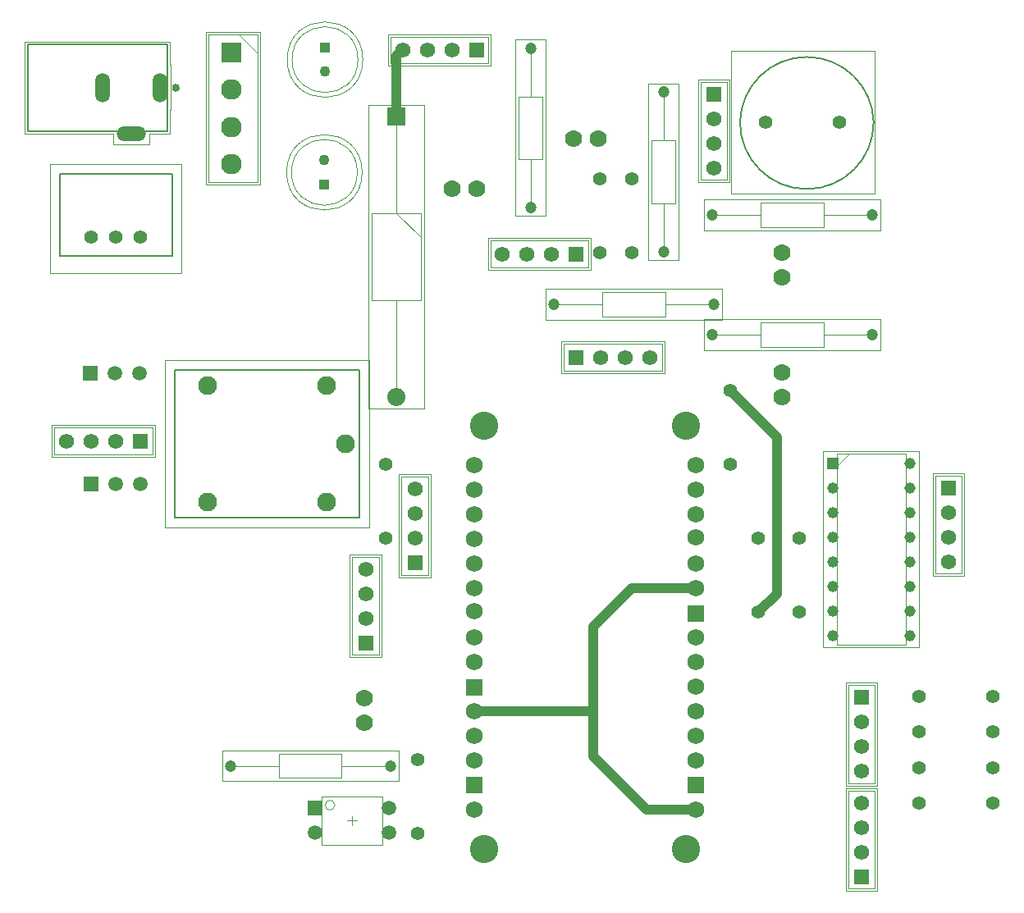
<source format=gtl>
G04*
G04 #@! TF.GenerationSoftware,Altium Limited,Altium Designer,18.0.9 (584)*
G04*
G04 Layer_Physical_Order=1*
G04 Layer_Color=255*
%FSLAX44Y44*%
%MOMM*%
G71*
G01*
G75*
%ADD10C,0.2000*%
%ADD11C,0.1000*%
%ADD14C,0.1270*%
%ADD15C,0.4000*%
%ADD18C,0.0001*%
%ADD19C,0.0500*%
%ADD42C,1.0000*%
%ADD43C,1.5000*%
%ADD44R,1.5000X1.5000*%
%ADD45R,1.5750X1.5750*%
%ADD46C,1.5750*%
%ADD47R,1.5750X1.5750*%
%ADD48R,1.1600X1.1600*%
%ADD49C,1.1600*%
%ADD50R,2.1300X2.1300*%
%ADD51C,2.1300*%
%ADD52C,1.8750*%
%ADD53R,1.8750X1.8750*%
%ADD54R,1.1000X1.1000*%
%ADD55C,1.1000*%
%ADD56C,1.2000*%
%ADD57C,1.4170*%
%ADD58C,1.4000*%
%ADD59C,1.9500*%
%ADD60C,1.7780*%
%ADD61O,3.0160X1.5080*%
%ADD62O,1.5080X3.0160*%
%ADD63C,2.9210*%
%ADD64C,1.7526*%
%ADD65R,1.7526X1.7526*%
D10*
X994720Y1150620D02*
G03*
X1132620Y1150620I68950J0D01*
G01*
D02*
G03*
X994720Y1150620I-68950J-1530D01*
G01*
X292520Y1012510D02*
Y1097510D01*
X408520D01*
Y1012510D02*
Y1097510D01*
X292520Y1012510D02*
X408520D01*
X601730Y742760D02*
Y894760D01*
X411730D02*
X601730D01*
X411730Y742760D02*
Y894760D01*
Y742760D02*
X601730D01*
D11*
X600500Y1215245D02*
G03*
X600500Y1215245I-34000J0D01*
G01*
X599875Y1098945D02*
G03*
X599875Y1098945I-34000J0D01*
G01*
X576630Y445760D02*
G03*
X576630Y445760I-5000J0D01*
G01*
X388370Y807990D02*
Y835390D01*
X287270Y807990D02*
X388370D01*
X287270D02*
Y835390D01*
X388370D01*
X1106540Y569710D02*
X1133940D01*
Y468610D02*
Y569710D01*
X1106540Y468610D02*
X1133940D01*
X1106540D02*
Y569710D01*
X813050Y894350D02*
Y921750D01*
X914150D01*
Y894350D02*
Y921750D01*
X813050Y894350D02*
X914150D01*
X594630Y600892D02*
X622030D01*
X594630D02*
Y701992D01*
X622030D01*
Y600892D02*
Y701992D01*
X735160Y1211670D02*
Y1239070D01*
X634060Y1211670D02*
X735160D01*
X634060D02*
Y1239070D01*
X735160D01*
X954040Y1192309D02*
X981440D01*
Y1091209D02*
Y1192309D01*
X954040Y1091209D02*
X981440D01*
X954040D02*
Y1192309D01*
X838255Y1001030D02*
Y1028430D01*
X737155Y1001030D02*
X838255D01*
X737155D02*
Y1028430D01*
X838255D01*
X1196184Y785680D02*
X1223584D01*
Y684580D02*
Y785680D01*
X1196184Y684580D02*
X1223584D01*
X1196184D02*
Y785680D01*
X1106440Y359660D02*
X1133840D01*
X1106440D02*
Y460760D01*
X1133840D01*
Y359660D02*
Y460760D01*
X645430Y683510D02*
X672830D01*
X645430D02*
Y784610D01*
X672830D01*
Y683510D02*
Y784610D01*
X1094420Y808380D02*
X1165520D01*
Y611480D02*
Y808380D01*
X1094420Y611480D02*
X1165520D01*
X1094420D02*
Y808380D01*
Y795680D02*
X1107120Y808380D01*
X496680Y1088645D02*
Y1241045D01*
X445880Y1088645D02*
X496680D01*
X445880D02*
Y1241045D01*
X496680D01*
X477430D02*
X496680Y1221795D01*
X640080Y866970D02*
Y966970D01*
Y1056970D02*
Y1156970D01*
Y1056970D02*
X665100Y1031950D01*
X615050Y1056970D02*
X665100D01*
X615050Y966970D02*
Y1056970D01*
Y966970D02*
X665100D01*
Y1056970D01*
X791090Y1112245D02*
Y1177245D01*
X766090Y1112245D02*
X791090D01*
X766090D02*
Y1177245D01*
X791090D01*
X778590D02*
Y1227245D01*
Y1062245D02*
Y1112245D01*
X903250Y1066734D02*
Y1131734D01*
X928250D01*
Y1066734D02*
Y1131734D01*
X903250Y1066734D02*
X928250D01*
X915750Y1016734D02*
Y1066734D01*
Y1131734D02*
Y1181734D01*
X518730Y473910D02*
X583730D01*
X518730D02*
Y498910D01*
X583730D01*
Y473910D02*
Y498910D01*
Y486410D02*
X633730D01*
X468730D02*
X518730D01*
X1016199Y943796D02*
X1081199D01*
Y918796D02*
Y943796D01*
X1016199Y918796D02*
X1081199D01*
X1016199D02*
Y943796D01*
X966199Y931296D02*
X1016199D01*
X1081199D02*
X1131199D01*
X1016199Y1067689D02*
X1081199D01*
Y1042689D02*
Y1067689D01*
X1016199Y1042689D02*
X1081199D01*
X1016199D02*
Y1067689D01*
X966199Y1055189D02*
X1016199D01*
X1081199D02*
X1131199D01*
X852640Y975160D02*
X917640D01*
Y950160D02*
Y975160D01*
X852640Y950160D02*
X917640D01*
X852640D02*
Y975160D01*
X802640Y962660D02*
X852640D01*
X917640D02*
X967640D01*
X562630Y404760D02*
X625630D01*
X562630Y454760D02*
X625630D01*
Y404760D02*
Y454760D01*
X562630Y404760D02*
Y454760D01*
X985380Y1076670D02*
X1133280D01*
Y1224570D01*
X985380D02*
X1133280D01*
X985380Y1076670D02*
Y1224570D01*
X282520Y994510D02*
Y1107510D01*
X418520D01*
Y994510D02*
Y1107510D01*
X282520Y994510D02*
X418520D01*
X611730Y732760D02*
Y904760D01*
X401730D02*
X611730D01*
X401730Y732760D02*
Y904760D01*
Y732760D02*
X611730D01*
X594130Y424760D02*
Y434760D01*
X589130Y429760D02*
X599130D01*
D14*
X259550Y1141180D02*
Y1231180D01*
X403550Y1141180D02*
Y1231180D01*
X259550D02*
X403550D01*
X259550Y1141180D02*
X403550D01*
X259550D02*
Y1231180D01*
X403550Y1141180D02*
Y1231180D01*
X259550D02*
X403550D01*
X259550Y1141180D02*
X403550D01*
X259550D02*
Y1231180D01*
X403550D01*
X385050Y1141180D02*
X403550D01*
Y1201680D02*
Y1231180D01*
X259550Y1141180D02*
X349050D01*
X403550D02*
Y1171680D01*
D15*
X414550Y1186180D02*
G03*
X414550Y1186180I-2000J0D01*
G01*
D18*
X358550Y1144180D02*
X374550D01*
X358550Y1134180D02*
Y1144180D01*
Y1134180D02*
X374550D01*
Y1144180D01*
X331550Y1178180D02*
Y1194180D01*
Y1178180D02*
X341550D01*
Y1194180D01*
X331550D02*
X341550D01*
X391550Y1178180D02*
Y1194180D01*
Y1178180D02*
X401550D01*
Y1194180D01*
X391550D02*
X401550D01*
D19*
X605500Y1215245D02*
G03*
X605500Y1215245I-39000J0D01*
G01*
X604875Y1098945D02*
G03*
X604875Y1098945I-39000J0D01*
G01*
X390870Y805490D02*
Y837890D01*
X284770Y805490D02*
X390870D01*
X284770D02*
Y837890D01*
X390870D01*
X1104040Y572210D02*
X1136440D01*
Y466110D02*
Y572210D01*
X1104040Y466110D02*
X1136440D01*
X1104040D02*
Y572210D01*
X810550Y891850D02*
Y924250D01*
X916650D01*
Y891850D02*
Y924250D01*
X810550Y891850D02*
X916650D01*
X592130Y598392D02*
X624530D01*
X592130D02*
Y704492D01*
X624530D01*
Y598392D02*
Y704492D01*
X737660Y1209170D02*
Y1241570D01*
X631560Y1209170D02*
X737660D01*
X631560D02*
Y1241570D01*
X737660D01*
X951540Y1194809D02*
X983940D01*
Y1088709D02*
Y1194809D01*
X951540Y1088709D02*
X983940D01*
X951540D02*
Y1194809D01*
X840755Y998530D02*
Y1030930D01*
X734655Y998530D02*
X840755D01*
X734655D02*
Y1030930D01*
X840755D01*
X1193684Y788180D02*
X1226084D01*
Y682080D02*
Y788180D01*
X1193684Y682080D02*
X1226084D01*
X1193684D02*
Y788180D01*
X1103940Y357160D02*
X1136340D01*
X1103940D02*
Y463260D01*
X1136340D01*
Y357160D02*
Y463260D01*
X642930Y681010D02*
X675330D01*
X642930D02*
Y787110D01*
X675330D01*
Y681010D02*
Y787110D01*
X1080370Y810880D02*
X1179570D01*
Y608980D02*
Y810880D01*
X1080370Y608980D02*
X1179570D01*
X1080370D02*
Y810880D01*
X499180Y1086145D02*
Y1243545D01*
X443380Y1086145D02*
X499180D01*
X443380D02*
Y1243545D01*
X499180D01*
X611550Y1168850D02*
X668600D01*
X611550Y855100D02*
Y1168850D01*
Y855100D02*
X668600D01*
Y1168850D01*
X794590Y1053745D02*
Y1235745D01*
X762590Y1053745D02*
X794590D01*
X762590D02*
Y1235745D01*
X794590D01*
X899750Y1008234D02*
Y1190234D01*
X931750D01*
Y1008234D02*
Y1190234D01*
X899750Y1008234D02*
X931750D01*
X460230Y470410D02*
X642230D01*
X460230D02*
Y502410D01*
X642230D01*
Y470410D02*
Y502410D01*
X957699Y947296D02*
X1139699D01*
Y915296D02*
Y947296D01*
X957699Y915296D02*
X1139699D01*
X957699D02*
Y947296D01*
Y1071189D02*
X1139699D01*
Y1039189D02*
Y1071189D01*
X957699Y1039189D02*
X1139699D01*
X957699D02*
Y1071189D01*
X794140Y978660D02*
X976140D01*
Y946660D02*
Y978660D01*
X794140Y946660D02*
X976140D01*
X794140D02*
Y978660D01*
X406050Y1209680D02*
X407050D01*
Y1163680D02*
Y1209680D01*
X406050Y1163680D02*
X407050D01*
X406050Y1138680D02*
Y1163680D01*
Y1209680D02*
Y1233680D01*
X256550D02*
X406050D01*
X256550Y1138680D02*
Y1233680D01*
Y1138680D02*
X348050D01*
Y1128180D02*
Y1138680D01*
Y1128180D02*
X385050D01*
Y1138680D01*
X406050D01*
D42*
X1013460Y645160D02*
X1032510Y664210D01*
Y825500D01*
X984250Y873760D02*
X1032510Y825500D01*
X640080Y1218940D02*
X646510Y1225370D01*
X640080Y1156970D02*
Y1218940D01*
X843280Y543560D02*
Y629920D01*
Y496570D02*
Y543560D01*
X842830Y543110D02*
X843280Y543560D01*
Y496570D02*
X898340Y441510D01*
X843280Y629920D02*
X883470Y670110D01*
X948770D01*
X898340Y441510D02*
X948770D01*
X720170Y543110D02*
X842830D01*
D43*
X375420Y891560D02*
D03*
X350020D02*
D03*
X350895Y777240D02*
D03*
X376295D02*
D03*
X632230Y417060D02*
D03*
Y442460D02*
D03*
X556030Y417060D02*
D03*
D44*
X324620Y891560D02*
D03*
X325495Y777240D02*
D03*
X556030Y442460D02*
D03*
D45*
X375920Y821690D02*
D03*
X825500Y908050D02*
D03*
X722710Y1225370D02*
D03*
X825805Y1014730D02*
D03*
D46*
X350520Y821690D02*
D03*
X325120D02*
D03*
X299720D02*
D03*
X1120240Y531860D02*
D03*
Y506460D02*
D03*
Y481060D02*
D03*
X850900Y908050D02*
D03*
X876300D02*
D03*
X901700D02*
D03*
X608330Y638742D02*
D03*
Y664142D02*
D03*
Y689542D02*
D03*
X697310Y1225370D02*
D03*
X671910D02*
D03*
X646510D02*
D03*
X967740Y1154459D02*
D03*
Y1129059D02*
D03*
Y1103659D02*
D03*
X800405Y1014730D02*
D03*
X775005D02*
D03*
X749605D02*
D03*
X1209884Y747830D02*
D03*
Y722430D02*
D03*
Y697030D02*
D03*
X1120140Y397510D02*
D03*
Y422910D02*
D03*
Y448310D02*
D03*
X659130Y721360D02*
D03*
Y746760D02*
D03*
Y772160D02*
D03*
D47*
X1120240Y557260D02*
D03*
X608330Y613342D02*
D03*
X967740Y1179859D02*
D03*
X1209884Y773230D02*
D03*
X1120140Y372110D02*
D03*
X659130Y695960D02*
D03*
D48*
X1090270Y798830D02*
D03*
D49*
Y773430D02*
D03*
Y748030D02*
D03*
Y722630D02*
D03*
Y697230D02*
D03*
Y671830D02*
D03*
Y646430D02*
D03*
Y621030D02*
D03*
X1169670D02*
D03*
Y646430D02*
D03*
Y671830D02*
D03*
Y697230D02*
D03*
Y722630D02*
D03*
Y748030D02*
D03*
Y773430D02*
D03*
Y798830D02*
D03*
D50*
X469980Y1222595D02*
D03*
D51*
Y1184095D02*
D03*
Y1145595D02*
D03*
Y1107095D02*
D03*
D52*
X640080Y866970D02*
D03*
D53*
Y1156970D02*
D03*
D54*
X566500Y1227745D02*
D03*
X565875Y1086445D02*
D03*
D55*
X566500Y1202745D02*
D03*
X565875Y1111445D02*
D03*
D56*
X778590Y1227245D02*
D03*
Y1062245D02*
D03*
X915750Y1016734D02*
D03*
Y1181734D02*
D03*
X633730Y486410D02*
D03*
X468730D02*
D03*
X966199Y931296D02*
D03*
X1131199D02*
D03*
X966199Y1055189D02*
D03*
X1131199D02*
D03*
X802640Y962660D02*
D03*
X967640D02*
D03*
D57*
X1021380Y1150620D02*
D03*
X1097280D02*
D03*
D58*
X375920Y1032510D02*
D03*
X350520D02*
D03*
X325120D02*
D03*
X1179430Y558135D02*
D03*
X1255630D02*
D03*
X850330Y1016000D02*
D03*
Y1092200D02*
D03*
X1179430Y447645D02*
D03*
X1255630D02*
D03*
X1013460Y645160D02*
D03*
Y721360D02*
D03*
X628650Y797560D02*
D03*
Y721360D02*
D03*
X661670Y492760D02*
D03*
Y416560D02*
D03*
X1055370Y645160D02*
D03*
Y721360D02*
D03*
X1179430Y521305D02*
D03*
X1255630D02*
D03*
X1179430Y484475D02*
D03*
X1255630D02*
D03*
X882650Y1016000D02*
D03*
Y1092200D02*
D03*
X984250Y873760D02*
D03*
Y797560D02*
D03*
D59*
X587730Y818760D02*
D03*
X567730Y758760D02*
D03*
X445730D02*
D03*
Y878760D02*
D03*
X567730D02*
D03*
D60*
X697230Y1082040D02*
D03*
X722630D02*
D03*
X823040Y1133760D02*
D03*
X848440D02*
D03*
X607315Y530860D02*
D03*
Y556260D02*
D03*
X1037714Y1015800D02*
D03*
Y990400D02*
D03*
Y892810D02*
D03*
Y867410D02*
D03*
D61*
X366550Y1139180D02*
D03*
D62*
X336550Y1186180D02*
D03*
X396550D02*
D03*
D63*
X938610Y837750D02*
D03*
X730330D02*
D03*
X938610Y400870D02*
D03*
X730330D02*
D03*
D64*
X720170Y441510D02*
D03*
Y543110D02*
D03*
Y517710D02*
D03*
Y492310D02*
D03*
Y593910D02*
D03*
Y619310D02*
D03*
Y645980D02*
D03*
Y797110D02*
D03*
Y771710D02*
D03*
Y746310D02*
D03*
Y720910D02*
D03*
Y695510D02*
D03*
Y670110D02*
D03*
X948770Y441510D02*
D03*
Y543110D02*
D03*
Y517710D02*
D03*
Y492310D02*
D03*
Y568510D02*
D03*
Y593910D02*
D03*
Y619310D02*
D03*
Y797110D02*
D03*
Y771710D02*
D03*
Y746310D02*
D03*
Y722180D02*
D03*
Y695510D02*
D03*
Y670110D02*
D03*
D65*
X720170Y466910D02*
D03*
Y567240D02*
D03*
X948770Y466910D02*
D03*
Y643440D02*
D03*
M02*

</source>
